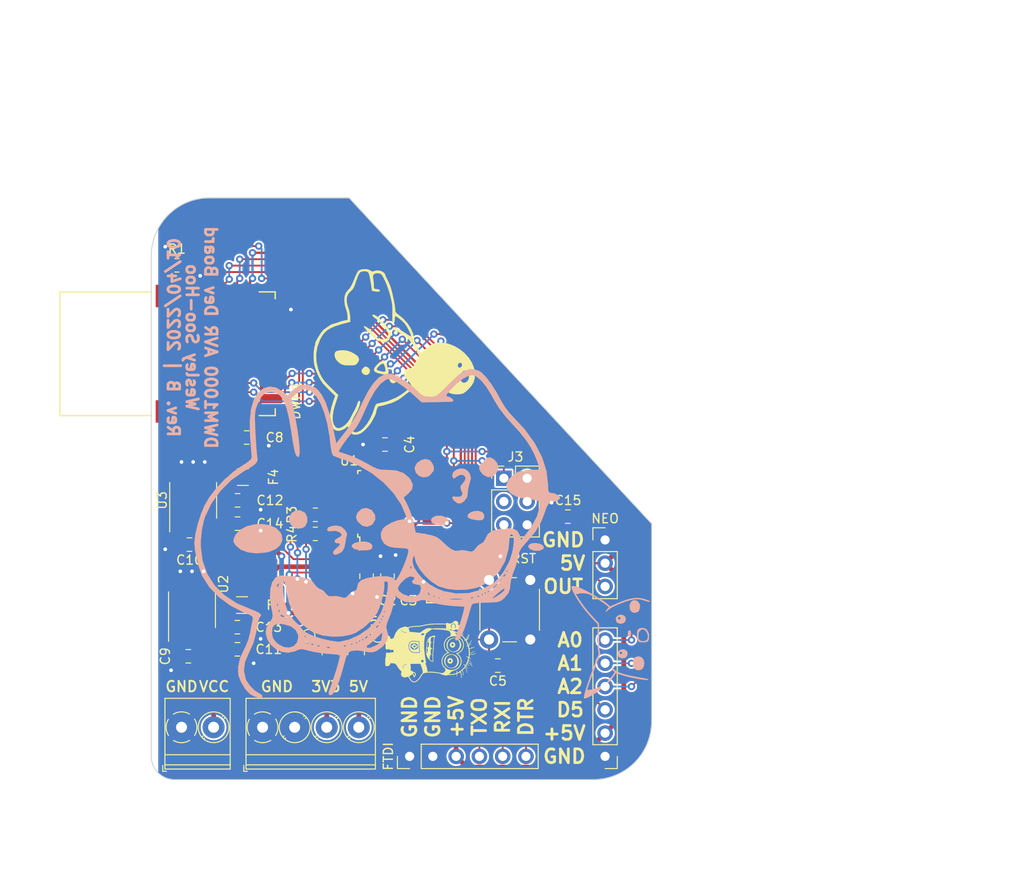
<source format=kicad_pcb>
(kicad_pcb (version 20211014) (generator pcbnew)
  (layers (0 "F.Cu" signal) (31 "B.Cu" signal) (34 "B.Paste" user) (35 "F.Paste" user) (36 "B.SilkS" user "B.Silkscreen") (37 "F.SilkS" user "F.Silkscreen") (38 "B.Mask" user) (39 "F.Mask" user) (44 "Edge.Cuts" user))
  (net 0 "")
  (net 1 "Net-(C4-Pad1)")
  (net 2 "AVR_DTR")
  (net 3 "~{AVR_RST}")
  (net 4 "GND")
  (net 5 "/MCUs/DWM_IRQ")
  (net 6 "NEO_DATA")
  (net 7 "/MCUs/DWM_SPIHA")
  (net 8 "/MCUs/DWM_SPIPOL")
  (net 9 "/MCUs/~{DWM_RST}")
  (net 10 "/MCUs/DWM_WAKE")
  (net 11 "/MCUs/~{DWM_CS}")
  (net 12 "SPI_MOSI")
  (net 13 "SPI_MISO")
  (net 14 "SPI_CLK")
  (net 15 "+3V3")
  (net 16 "SPI_SCK")
  (net 17 "AVR_RX")
  (net 18 "AVR_TX")
  (net 19 "AVR_D5")
  (net 20 "AVR_A2")
  (net 21 "AVR_A1")
  (net 22 "AVR_A0")
  (net 23 "Net-(R3-Pad2)")
  (net 24 "Net-(R4-Pad1)")
  (net 25 "+5V")
  (net 27 "VCC")
  (net 34 "/MCUs/DWM_EXTON")
  (net 35 "Net-(F1-Pad1)")
  (net 36 "Net-(F2-Pad1)")
  (net 40 "/Power/5V_UNFUSED")
  (net 47 "/Power/3V3_UNFUSED")
  (footprint "Capacitor_SMD:C_0805_2012Metric_Pad1.18x1.45mm_HandSolder" (layer "F.Cu") (at 118.2155 119.634 180)
    (fp_text reference "C4")
    (fp_text value "0.1uF")
  )
  (footprint "Connector_PinHeader_2.54mm:PinHeader_2x03_P2.54mm_Vertical" (layer "F.Cu") (at 131.191 123.317)
    (fp_text reference "J3")
    (fp_text value "AVR ICSP")
  )
  (footprint "Fuse:Fuse_1206_3216Metric_Pad1.42x1.75mm_HandSolder" (layer "F.Cu") (at 102.616 137.16)
    (fp_text reference "F3")
    (fp_text value "500mA")
  )
  (footprint "Capacitor_SMD:C_0805_2012Metric_Pad1.18x1.45mm_HandSolder" (layer "F.Cu") (at 138.176 127.508 180)
    (fp_text reference "C15")
    (fp_text value "10uF")
  )
  (footprint "Fuse:Fuse_1206_3216Metric_Pad1.42x1.75mm_HandSolder" (layer "F.Cu") (at 102.7065 123.19)
    (fp_text reference "F4")
    (fp_text value "500mA")
  )
  (footprint "Capacitor_SMD:C_0805_2012Metric_Pad1.18x1.45mm_HandSolder" (layer "F.Cu") (at 102.1295 125.73)
    (fp_text reference "C12")
    (fp_text value "1uF")
  )
  (footprint "TestPoint:TestPoint_Pad_D1.0mm" (layer "F.Cu") (at 117.4496 140.5128 180)
    (fp_text reference "TP1")
    (fp_text value "5V")
  )
  (footprint "Resistor_SMD:R_0805_2012Metric_Pad1.20x1.40mm_HandSolder" (layer "F.Cu") (at 110.617 129.3876 180)
    (fp_text reference "R4")
    (fp_text value "1K")
  )
  (footprint "wsh:mimi_heart" (layer "F.Cu") (at 119.38 109.855 180)
    (fp_text reference "G***" hide)
    (fp_text value "LOGO" hide)
  )
  (footprint "Capacitor_SMD:C_0805_2012Metric_Pad1.18x1.45mm_HandSolder" (layer "F.Cu") (at 102.108 139.573)
    (fp_text reference "C13")
    (fp_text value "4.7uF")
  )
  (footprint "TerminalBlock_Phoenix:TerminalBlock_Phoenix_PT-1,5-2-3.5-H_1x02_P3.50mm_Horizontal" (layer "F.Cu") (at 96.012 150.495)
    (fp_text reference "J1")
    (fp_text value "RAW_PWR")
  )
  (footprint "Package_SO:SOIC-8_3.9x4.9mm_P1.27mm" (layer "F.Cu") (at 97.155 137.668 90)
    (fp_text reference "U2")
    (fp_text value "MIC5239-5.0YM-TR")
  )
  (footprint "Fuse:Fuse_1206_3216Metric_Pad1.42x1.75mm_HandSolder" (layer "F.Cu") (at 115.062 141.986 90)
    (fp_text reference "F1")
    (fp_text value "500mA")
  )
  (footprint "TerminalBlock_Phoenix:TerminalBlock_Phoenix_PT-1,5-4-3.5-H_1x04_P3.50mm_Horizontal" (layer "F.Cu") (at 104.859 150.495)
    (fp_text reference "J2")
    (fp_text value "PWR_OUT")
  )
  (footprint "Capacitor_SMD:C_0805_2012Metric_Pad1.18x1.45mm_HandSolder" (layer "F.Cu") (at 130.5345 143.764 180)
    (fp_text reference "C5")
    (fp_text value "0.1uF")
  )
  (footprint "Capacitor_SMD:C_0805_2012Metric_Pad1.18x1.45mm_HandSolder" (layer "F.Cu") (at 118.491 134.0065 -90)
    (fp_text reference "C2")
    (fp_text value "1uF")
  )
  (footprint "Capacitor_SMD:C_0805_2012Metric_Pad1.18x1.45mm_HandSolder" (layer "F.Cu") (at 116.205 134.0065 -90)
    (fp_text reference "C1")
    (fp_text value "1uF")
  )
  (footprint "TestPoint:TestPoint_Pad_D1.0mm" (layer "F.Cu") (at 109.8804 140.5128 180)
    (fp_text reference "TP2")
    (fp_text value "3V3")
  )
  (footprint "Package_QFP:TQFP-32_7x7mm_P0.8mm" (layer "F.Cu") (at 118.872 126.111 90)
    (fp_text reference "U1")
    (fp_text value "ATmega328P-A")
  )
  (footprint "Connector_PinHeader_2.54mm:PinHeader_1x06_P2.54mm_Vertical" (layer "F.Cu") (at 142.24 153.67 180)
    (fp_text reference "J6")
    (fp_text value "DEBUG")
  )
  (footprint "Capacitor_SMD:C_0805_2012Metric_Pad1.18x1.45mm_HandSolder" (layer "F.Cu") (at 96.7525 142.748 180)
    (fp_text reference "C9")
    (fp_text value "1uF")
  )
  (footprint "Fuse:Fuse_1206_3216Metric_Pad1.42x1.75mm_HandSolder" (layer "F.Cu") (at 112.268 141.986 90)
    (fp_text reference "F2")
    (fp_text value "500mA")
  )
  (footprint "Resistor_SMD:R_0805_2012Metric_Pad1.20x1.40mm_HandSolder" (layer "F.Cu") (at 95.504 100.076 180)
    (fp_text reference "R1")
    (fp_text value "10K")
  )
  (footprint "Package_SO:SOIC-8_3.9x4.9mm_P1.27mm" (layer "F.Cu") (at 97.282 125.73 90)
    (fp_text reference "U3")
    (fp_text value "MIC5239-3.3YM")
  )
  (footprint "Capacitor_SMD:C_0805_2012Metric_Pad1.18x1.45mm_HandSolder" (layer "F.Cu") (at 96.8795 130.556 180)
    (fp_text reference "C10")
    (fp_text value "1uF")
  )
  (footprint "Capacitor_SMD:C_0805_2012Metric_Pad1.18x1.45mm_HandSolder" (layer "F.Cu") (at 103.124 118.872)
    (fp_text reference "C8")
    (fp_text value "1uF")
  )
  (footprint "Resistor_SMD:R_0805_2012Metric_Pad1.20x1.40mm_HandSolder" (layer "F.Cu") (at 110.617 127.3048)
    (fp_text reference "R3")
    (fp_text value "1K")
  )
  (footprint "RF_Module:DWM1000" (layer "F.Cu") (at 94.488 109.728 90)
    (fp_text reference "DWM1")
    (fp_text value "DWM1000")
  )
  (footprint "wsh:minion" (layer "F.Cu") (at 123.19 142.24 -90)
    (fp_text reference "G***" hide)
    (fp_text value "LOGO" hide)
  )
  (footprint "Button_Switch_THT:SW_PUSH_6mm" (layer "F.Cu") (at 134.076 134.418 -90)
    (fp_text reference "RST")
    (fp_text value "RST")
  )
  (footprint "Connector_PinHeader_2.54mm:PinHeader_1x06_P2.54mm_Vertical" (layer "F.Cu") (at 120.904 153.67 90)
    (fp_text reference "FTDI")
    (fp_text value "UART/FTDI")
  )
  (footprint "Resistor_SMD:R_0805_2012Metric_Pad1.20x1.40mm_HandSolder" (layer "F.Cu") (at 124.968 136.16 90)
    (fp_text reference "R2")
    (fp_text value "10K")
  )
  (footprint "Capacitor_SMD:C_0805_2012Metric_Pad1.18x1.45mm_HandSolder" (layer "F.Cu") (at 120.777 134.0065 -90)
    (fp_text reference "C3")
    (fp_text value "0.1uF")
  )
  (footprint "Capacitor_SMD:C_0805_2012Metric_Pad1.18x1.45mm_HandSolder" (layer "F.Cu") (at 102.1295 128.27)
    (fp_text reference "C14")
    (fp_text value "4.7uF")
  )
  (footprint "Capacitor_SMD:C_0805_2012Metric_Pad1.18x1.45mm_HandSolder" (layer "F.Cu") (at 102.108 141.986)
    (fp_text reference "C11")
    (fp_text value "1uF")
  )
  (footprint "Connector_PinHeader_2.54mm:PinHeader_1x03_P2.54mm_Vertical" (layer "F.Cu") (at 142.24 130.048)
    (fp_text reference "NEO")
    (fp_text value "NEO_OUT")
  )
  (footprint "wsh:mimi_melon" (layer "B.Cu") (at 118.745 127.635 180)
    (fp_text reference "G***" hide)
    (fp_text value "LOGO" hide)
  )
  (footprint "wsh:surprised_pika" (layer "B.Cu") (at 143.51 140.97 -90)
    (fp_text reference "G***" hide)
    (fp_text value "LOGO" hide)
  )
  (gr_arc (start 95.25 156.21) (mid 93.453949 155.466051) (end 92.71 153.67) (layer "Edge.Cuts") (width 0.1))
  (gr_line (start 147.32 128.27) (end 147.32 149.86) (layer "Edge.Cuts") (width 0.1))
  (gr_arc (start 92.71 99.06) (mid 94.569872 94.569872) (end 99.06 92.71) (layer "Edge.Cuts") (width 0.1))
  (gr_line (start 140.97 156.21) (end 95.25 156.21) (layer "Edge.Cuts") (width 0.1))
  (gr_line (start 99.06 92.71) (end 114.3 92.71) (layer "Edge.Cuts") (width 0.1))
  (gr_arc (start 147.32 149.86) (mid 145.460128 154.350128) (end 140.97 156.21) (layer "Edge.Cuts") (width 0.1))
  (gr_line (start 92.71 153.67) (end 92.71 99.06) (layer "Edge.Cuts") (width 0.1))
  (gr_line (start 114.3 92.71) (end 147.32 128.27) (layer "Edge.Cuts") (width 0.1))
  (gr_text "DWM1000 AVR Dev Board\nWesley Soo-Hoo\nRev. B | 2022/04/10" (at 97.155 107.95 270) (layer "B.SilkS") (effects (font (size 1.27 1.27) (thickness 0.3)) (justify mirror)))
  (gr_text "+5V" (at 125.984 149.352 90) (layer "F.SilkS") (effects (font (size 1.5 1.5) (thickness 0.3))))
  (gr_text "A0" (at 138.43 140.97) (layer "F.SilkS") (effects (font (size 1.5 1.5) (thickness 0.3))))
  (gr_text "GND" (at 96.012 146.05) (layer "F.SilkS") (effects (font (size 1.143 1.143) (thickness 0.2032))))
  (gr_text "+5V" (at 137.795 151.13) (layer "F.SilkS") (effects (font (size 1.5 1.5) (thickness 0.3))))
  (gr_text "3V3" (at 111.76 146.05) (layer "F.SilkS") (effects (font (size 1.143 1.143) (thickness 0.2032))))
  (gr_text "D5" (at 138.43 148.59) (layer "F.SilkS") (effects (font (size 1.5 1.5) (thickness 0.3))))
  (gr_text "TXO" (at 128.524 149.352 90) (layer "F.SilkS") (effects (font (size 1.5 1.5) (thickness 0.3))))
  (gr_text "GND" (at 106.426 146.05) (layer "F.SilkS") (effects (font (size 1.143 1.143) (thickness 0.2032))))
  (gr_text "RXI" (at 131.064 149.352 90) (layer "F.SilkS") (effects (font (size 1.5 1.5) (thickness 0.3))))
  (gr_text "VCC" (at 99.568 146.05) (layer "F.SilkS") (effects (font (size 1.143 1.143) (thickness 0.2032))))
  (gr_text "OUT" (at 137.668 135.128) (layer "F.SilkS") (effects (font (size 1.5 1.5) (thickness 0.3))))
  (gr_text "GND" (at 123.444 149.352 90) (layer "F.SilkS") (effects (font (size 1.5 1.5) (thickness 0.3))))
  (gr_text "GND" (at 137.795 153.67) (layer "F.SilkS") (effects (font (size 1.5 1.5) (thickness 0.3))))
  (gr_text "A2" (at 138.43 146.05) (layer "F.SilkS") (effects (font (size 1.5 1.5) (thickness 0.3))))
  (gr_text "5V" (at 138.684 132.588) (layer "F.SilkS") (effects (font (size 1.5 1.5) (thickness 0.3))))
  (gr_text "A1" (at 138.43 143.51) (layer "F.SilkS") (effects (font (size 1.5 1.5) (thickness 0.3))))
  (gr_text "DTR" (at 133.604 149.352 90) (layer "F.SilkS") (effects (font (size 1.5 1.5) (thickness 0.3))))
  (gr_text "GND" (at 137.668 130.048) (layer "F.SilkS") (effects (font (size 1.5 1.5) (thickness 0.3))))
  (gr_text "GND" (at 120.904 149.352 90) (layer "F.SilkS") (effects (font (size 1.5 1.5) (thickness 0.3))))
  (gr_text "5V" (at 115.316 146.05) (layer "F.SilkS") (effects (font (size 1.143 1.143) (thickness 0.2032))))
  (segment (start 119.253 121.842) (end 119.272 121.861) (width 0.254) (layer "F.Cu") (net 1))
  (segment (start 119.253 119.634) (end 119.253 121.842) (width 0.254) (layer "F.Cu") (net 1))
  (segment (start 133.604 145.796) (end 133.604 153.67) (width 0.2) (layer "F.Cu") (net 2))
  (segment (start 131.572 143.764) (end 133.604 145.796) (width 0.2) (layer "F.Cu") (net 2))
  (segment (start 109.360662 125.984) (end 112.776 125.984) (width 0.2) (layer "F.Cu") (net 3))
  (segment (start 107.776781 133.8225) (end 107.995281 133.604) (width 0.2) (layer "F.Cu") (net 3))
  (segment (start 124.968 139.192) (end 124.968 137.16) (width 0.2) (layer "F.Cu") (net 3))
  (segment (start 130.81 131.826) (end 131.191 131.445) (width 0.2) (layer "F.Cu") (net 3))
  (segment (start 112.776 125.984) (end 113.303 126.511) (width 0.2) (layer "F.Cu") (net 3))
  (segment (start 107.898609 130.817986) (end 107.898609 127.446053) (width 0.2) (layer "F.Cu") (net 3))
  (segment (start 131.191 131.445) (end 131.191 128.397) (width 0.2) (layer "F.Cu") (net 3))
  (segment (start 124.803961 136.995961) (end 124.968 137.16) (width 0.2) (layer "F.Cu") (net 3))
  (segment (start 129.576 134.418) (end 129.576 140.918) (width 0.2) (layer "F.Cu") (net 3))
  (segment (start 129.576 143.685) (end 129.576 140.918) (width 0.2) (layer "F.Cu") (net 3))
  (segment (start 107.898609 127.446053) (end 109.360662 125.984) (width 0.2) (layer "F.Cu") (net 3))
  (segment (start 126.694 140.918) (end 124.968 139.192) (width 0.2) (layer "F.Cu") (net 3))
  (segment (start 114.797702 136.995961) (end 124.803961 136.995961) (width 0.2) (layer "F.Cu") (net 3))
  (segment (start 129.497 143.764) (end 129.576 143.685) (width 0.2) (layer "F.Cu") (net 3))
  (segment (start 111.405741 133.604) (end 114.797702 136.995961) (width 0.2) (layer "F.Cu") (net 3))
  (segment (start 129.576 140.918) (end 126.694 140.918) (width 0.2) (layer "F.Cu") (net 3))
  (segment (start 107.995281 133.604) (end 111.405741 133.604) (width 0.2) (layer "F.Cu") (net 3))
  (segment (start 113.303 126.511) (end 114.622 126.511) (width 0.2) (layer "F.Cu") (net 3))
  (via (at 107.776781 133.8225) (size 0.8) (drill 0.4) (layers "F.Cu" "B.Cu") (net 3))
  (via (at 107.898609 130.817986) (size 0.8) (drill 0.4) (layers "F.Cu" "B.Cu") (net 3))
  (via (at 130.81 131.826) (size 0.8) (drill 0.4) (layers "F.Cu" "B.Cu") (net 3))
  (segment (start 129.576 133.06) (end 129.576 134.418) (width 0.2) (layer "B.Cu") (net 3))
  (segment (start 130.81 131.826) (end 129.576 133.06) (width 0.2) (layer "B.Cu") (net 3))
  (segment (start 107.776781 130.939814) (end 107.776781 133.8225) (width 0.2) (layer "B.Cu") (net 3))
  (segment (start 107.898609 130.817986) (end 107.776781 130.939814) (width 0.2) (layer "B.Cu") (net 3))
  (segment (start 119.272 130.361) (end 119.272 131.591) (width 0.254) (layer "F.Cu") (net 4))
  (segment (start 122.428 134.62) (end 122.004 135.044) (width 0.254) (layer "F.Cu") (net 4))
  (segment (start 118.472 120.928) (end 117.178 119.634) (width 0.254) (layer "F.Cu") (net 4))
  (segment (start 103.4892 116.028) (end 103.4892 118.1997) (width 0.254) (layer "F.Cu") (net 4))
  (segment (start 103.1455 142.7695) (end 103.886 143.51) (width 0.254) (layer "F.Cu") (net 4))
  (segment (start 103.378 139.573) (end 104.648 140.843) (width 0.254) (layer "F.Cu") (net 4))
  (segment (start 93.6892 103.428) (end 95.0892 103.428) (width 0.254) (layer "F.Cu") (net 4))
  (segment (start 137.1385 127.508) (end 137.1385 126.7245) (width 0.254) (layer "F.Cu") (net 4))
  (segment (start 119.272 131.591) (end 119.38 131.699) (width 0.254) (layer "F.Cu") (net 4))
  (segment (start 103.167 125.73) (end 103.632 125.73) (width 0.254) (layer "F.Cu") (net 4))
  (segment (start 103.4892 118.1997) (end 104.1615 118.872) (width 0.254) (layer "F.Cu") (net 4))
  (segment (start 107.876 104.828) (end 107.95 104.902) (width 0.254) (layer "F.Cu") (net 4))
  (segment (start 103.167 128.27) (end 103.886 128.27) (width 0.254) (layer "F.Cu") (net 4))
  (segment (start 95.715 142.748) (end 95.715 143.426) (width 0.254) (layer "F.Cu") (net 4))
  (segment (start 104.1615 118.872) (end 104.648 118.872) (width 0.254) (layer "F.Cu") (net 4))
  (segment (start 97.8892 103.428) (end 97.8892 101.3738) (width 0.254) (layer "F.Cu") (net 4))
  (segment (start 118.472 121.861) (end 118.472 120.928) (width 0.254) (layer "F.Cu") (net 4))
  (segment (start 105.7842 104.828) (end 107.876 104.828) (width 0.254) (layer "F.Cu") (net 4))
  (segment (start 117.178 119.634) (end 115.824 119.634) (width 0.254) (layer "F.Cu") (net 4))
  (segment (start 95.715 143.426) (end 94.869 144.272) (width 0.254) (layer "F.Cu") (net 4))
  (segment (start 122.004 135.044) (end 120.777 135.044) (width 0.254) (layer "F.Cu") (net 4))
  (segment (start 118.491 135.128) (end 117.348 136.271) (width 0.254) (layer "F.Cu") (net 4))
  (segment (start 118.491 135.044) (end 118.491 135.128) (width 0.254) (layer "F.Cu") (net 4))
  (segment (start 94.504 98.314) (end 94.504 100.076) (width 0.254) (layer "F.Cu") (net 4))
  (segment (start 103.632 125.73) (end 104.648 126.746) (width 0.254) (layer "F.Cu") (net 4))
  (segment (start 95.0892 103.428) (end 95.0892 100.6612) (width 0.254) (layer "F.Cu") (net 4))
  (segment (start 95.0892 100.6612) (end 94.504 100.076) (width 0.254) (layer "F.Cu") (net 4))
  (segment (start 94.234 98.044) (end 94.504 98.314) (width 0.254) (layer "F.Cu") (net 4))
  (segment (start 137.1385 126.7245) (end 136.398 125.984) (width 0.254) (layer "F.Cu") (net 4))
  (segment (start 94.234 131.064) (end 94.742 130.556) (width 0.254) (layer "F.Cu") (net 4))
  (segment (start 115.527 135.044) (end 114.681 135.89) (width 0.254) (layer "F.Cu") (net 4))
  (segment (start 103.1455 139.573) (end 103.378 139.573) (width 0.254) (layer "F.Cu") (net 4))
  (segment (start 103.1455 141.986) (end 103.1455 142.7695) (width 0.254) (layer "F.Cu") (net 4))
  (segment (start 97.8892 101.3738) (end 98.044 101.219) (width 0.254) (layer "F.Cu") (net 4))
  (segment (start 104.648 118.872) (end 105.537 119.761) (width 0.254) (layer "F.Cu") (net 4))
  (segment (start 94.742 130.556) (end 95.4825 130.556) (width 0.254) (layer "F.Cu") (net 4))
  (segment (start 117.672 131.769) (end 117.729 131.826) (width 0.254) (layer "F.Cu") (net 4))
  (segment (start 117.672 130.361) (end 117.672 131.769) (width 0.254) (layer "F.Cu") (net 4))
  (segment (start 116.205 135.044) (end 115.527 135.044) (width 0.254) (layer "F.Cu") (net 4))
  (segment (start 103.886 128.27) (end 104.648 129.032) (width 0.254) (layer "F.Cu") (net 4))
  (via (at 96.012 121.539) (size 0.8) (drill 0.4) (layers "F.Cu" "B.Cu") (net 4))
  (via (at 115.824 119.634) (size 0.8) (drill 0.4) (layers "F.Cu" "B.Cu") (net 4))
  (via (at 107.95 104.902) (size 0.8) (drill 0.4) (layers "F.Cu" "B.Cu") (net 4))
  (via (at 94.234 131.064) (size 0.8) (drill 0.4) (layers "F.Cu" "B.Cu") (net 4))
  (via (at 97.282 121.539) (size 0.8) (drill 0.4) (layers "F.Cu" "B.Cu") (net 4))
  (via (at 98.552 121.539) (size 0.8) (drill 0.4) (layers "F.Cu" "B.Cu") (net 4))
  (via (at 94.234 98.044) (size 0.8) (drill 0.4) (layers "F.Cu" "B.Cu") (net 4))
  (via (at 94.869 144.272) (size 0.8) (drill 0.4) (layers "F.Cu" "B.Cu") (net 4))
  (via (at 95.885 133.477) (size 0.8) (drill 0.4) (layers "F.Cu" "B.Cu") (net 4))
  (via (at 98.044 101.219) (size 0.8) (drill 0.4) (layers "F.Cu" "B.Cu") (net 4))
  (via (at 117.729 131.826) (size 0.8) (drill 0.4) (layers "F.Cu" "B.Cu") (net 4))
  (via (at 104.648 140.843) (size 0.8) (drill 0.4) (layers "F.Cu" "B.Cu") (net 4))
  (via (at 104.648 126.746) (size 0.8) (drill 0.4) (layers "F.Cu" "B.Cu") (net 4))
  (via (at 114.681 135.89) (size 0.8) (drill 0.4) (layers "F.Cu" "B.Cu") (net 4))
  (via (at 105.537 119.761) (size 0.8) (drill 0.4) (layers "F.Cu" "B.Cu") (net 4))
  (via (at 98.425 133.477) (size 0.8) (drill 0.4) (layers "F.Cu" "B.Cu") (net 4))
  (via (at 97.155 133.477) (size 0.8) (drill 0.4) (layers "F.Cu" "B.Cu") (net 4))
  (via (at 119.38 131.699) (size 0.8) (drill 0.4) (layers "F.Cu" "B.Cu") (net 4))
  (via (at 136.398 125.984) (size 0.8) (drill 0.4) (layers "F.Cu" "B.Cu") (net 4))
  (via (at 122.428 134.62) (size 0.8) (drill 0.4) (layers "F.Cu" "B.Cu") (net 4))
  (via (at 117.348 136.271) (size 0.8) (drill 0.4) (layers "F.Cu" "B.Cu") (net 4))
  (via (at 103.886 143.51) (size 0.8) (drill 0.4) (layers "F.Cu" "B.Cu") (net 4))
  (via (at 104.648 129.032) (size 0.8) (drill 0.4) (layers "F.Cu" "B.Cu") (net 4))
  (segment (start 108.235886 132.144522) (end 111.388478 132.144522) (width 0.2) (layer "F.Cu") (net 5))
  (segment (start 97.467491 97.985509) (end 96.504 98.949) (width 0.2) (layer "F.Cu") (net 5))
  (segment (start 96.504 98.949) (end 96.504 100.076) (width 0.2) (layer "F.Cu") (net 5))
  (segment (start 104.426861 97.985509) (end 97.467491 97.985509) (width 0.2) (layer "F.Cu") (net 5))
  (segment (start 111.388478 132.144522) (end 114.622 128.911) (width 0.2) (layer "F.Cu") (net 5))
  (segment (start 107.188 131.096636) (end 108.235886 132.144522) (width 0.2) (layer "F.Cu") (net 5))
  (segment (start 105.574009 101.510009) (end 108.84822 104.78422) (width 0.2) (layer "F.Cu") (net 5))
  (segment (start 104.435827 97.976543) (end 104.426861 97.985509) (width 0.2) (layer "F.Cu") (net 5))
  (segment (start 96.4892 103.428) (end 96.4892 100.0908) (width 0.254) (layer "F.Cu") (net 5))
  (segment (start 107.188 120.396) (end 107.188 131.096636) (width 0.2) (layer "F.Cu") (net 5))
  (segment (start 104.758502 101.510009) (end 105.574009 101.510009) (width 0.2) (layer "F.Cu") (net 5))
  (segment (start 108.84822 104.78422) (end 108.84822 118.73578) (width 0.2) (layer "F.Cu") (net 5))
  (segment (start 96.4892 100.0908) (end 96.504 100.076) (width 0.254) (layer "F.Cu") (net 5))
  (segment (start 108.84822 118.73578) (end 107.188 120.396) (width 0.2) (layer "F.Cu") (net 5))
  (via (at 104.758502 101.510009) (size 0.8) (drill 0.4) (layers "F.Cu" "B.Cu") (net 5))
  (via (at 104.435827 97.976543) (size 0.8) (drill 0.4) (layers "F.Cu" "B.Cu") (net 5))
  (segment (start 104.435827 97.976543) (end 104.758502 98.299218) (width 0.2) (layer "B.Cu") (net 5))
  (segment (start 104.758502 98.299218) (end 104.758502 101.510009) (width 0.2) (layer "B.Cu") (net 5))
  (segment (start 124.968 128.2115) (end 125.9255 128.2115) (width 0.2) (layer "F.Cu") (net 6))
  (segment (start 130.302 132.588) (end 139.7 132.588) (width 0.2) (layer "F.Cu") (net 6))
  (segment (start 116.072 130.361) (end 116.072 129.361) (width 0.2) (layer "F.Cu") (net 6))
  (segment (start 139.7 132.588) (end 142.24 135.128) (width 0.2) (layer "F.Cu") (net 6))
  (segment (start 117.422714 128.010286) (end 120.898286 128.010286) (width 0.2) (layer "F.Cu") (net 6))
  (segment (start 116.072 129.361) (end 117.422714 128.010286) (width 0.2) (layer "F.Cu") (net 6))
  (segment (start 125.9255 128.2115) (end 130.302 132.588) (width 0.2) (layer "F.Cu") (net 6))
  (via (at 120.898286 128.010286) (size 0.8) (drill 0.4) (layers "F.Cu" "B.Cu") (net 6))
  (via (at 124.968 128.2115) (size 0.8) (drill 0.4) (layers "F.Cu" "B.Cu") (net 6))
  (segment (start 120.898286 128.010286) (end 121.0995 128.2115) (width 0.2) (layer "B.Cu") (net 6))
  (segment (start 121.0995 128.2115) (end 124.968 128.2115) (width 0.2) (layer "B.Cu") (net 6))
  (segment (start 107.308711 114.027511) (end 106.708222 114.628) (width 0.2) (layer "F.Cu") (net 7))
  (segment (start 121.862348 107.441354) (end 127.71756 113.296566) (width 0.2) (layer "F.Cu") (net 7))
  (segment (start 109.94724 112.873125) (end 109.977115 112.903) (width 0.2) (layer "F.Cu") (net 7))
  (segment (start 127.71756 113.296566) (end 127.71756 123.48844) (width 0.2) (layer "F.Cu") (net 7))
  (segment (start 107.308711 113.616755) (end 107.308711 114.027511) (width 0.2) (layer "F.Cu") (net 7))
  (segment (start 127.71756 123.48844) (end 123.895 127.311) (width 0.2) (layer "F.Cu") (net 7))
  (segment (start 106.708222 114.628) (end 105.7842 114.628) (width 0.2) (layer "F.Cu") (net 7))
  (segment (start 113.93551 112.903) (end 117.522219 109.316291) (width 0.2) (layer "F.Cu") (net 7))
  (segment (start 123.895 127.311) (end 123.122 127.311) (width 0.2) (layer "F.Cu") (net 7))
  (segment (start 108.049733 112.875733) (end 107.308711 113.616755) (width 0.2) (layer "F.Cu") (net 7))
  (segment (start 119.397156 107.441354) (end 121.862348 107.441354) (width 0.2) (layer "F.Cu") (net 7))
  (segment (start 109.977115 112.903) (end 113.93551 112.903) (width 0.2) (layer "F.Cu") (net 7))
  (via (at 117.522219 109.316291) (size 0.8) (drill 0.4) (layers "F.Cu" "B.Cu") (net 7))
  (via (at 119.397156 107.441354) (size 0.8) (drill 0.4) (layers "F.Cu" "B.Cu") (net 7))
  (via (at 108.049733 112.875733) (size 0.8) (drill 0.4) (layers "F.Cu" "B.Cu") (net 7))
  (via (at 109.94724 112.873125) (size 0.8) (drill 0.4) (layers "F.Cu" "B.Cu") (net 7))
  (segment (start 109.94724 112.873125) (end 109.944632 112.875733) (width 0.2) (layer "B.Cu") (net 7))
  (segment (start 119.397156 107.441354) (end 117.522219 109.316291) (width 0.2) (layer "B.Cu") (net 7))
  (segment (start 109.944632 112.875733) (end 108.049733 112.875733) (width 0.2) (layer "B.Cu") (net 7))
  (segment (start 109.977115 111.903497) (end 113.521503 111.903497) (width 0.2) (layer "F.Cu") (net 8))
  (segment (start 107.781852 112.176222) (end 107.759985 112.176222) (width 0.2) (layer "F.Cu") (net 8))
  (segment (start 128.11708 113.13108) (end 128.11708 123.989942) (width 0.2) (layer "F.Cu") (net 8))
  (segment (start 107.13246 113.228) (end 105.7842 113.228) (width 0.2) (layer "F.Cu") (net 8))
  (segment (start 107.350222 112.585985) (end 107.350222 113.010238) (width 0.2) (layer "F.Cu") (net 8))
  (segment (start 123.996022 128.111) (end 123.122 128.111) (width 0.2) (layer "F.Cu") (net 8))
  (segment (start 121.720599 106.734599) (end 128.11708 113.13108) (width 0.2) (layer "F.Cu") (net 8))
  (segment (start 108.081343 111.876731) (end 107.781852 112.176222) (width 0.2) (layer "F.Cu") (net 8))
  (segment (start 128.11708 123.989942) (end 123.996022 128.111) (width 0.2) (layer "F.Cu") (net 8))
  (segment (start 107.350222 113.010238) (end 107.13246 113.228) (width 0.2) (layer "F.Cu") (net 8))
  (segment (start 109.94724 111.873622) (end 109.977115 111.903497) (width 0.2) (layer "F.Cu") (net 8))
  (segment (start 107.759985 112.176222) (end 107.350222 112.585985) (width 0.2) (layer "F.Cu") (net 8))
  (segment (start 113.521503 111.903497) (end 116.815464 108.609536) (width 0.2) (layer "F.Cu") (net 8))
  (segment (start 118.690401 106.734599) (end 121.720599 106.734599) (width 0.2) (layer "F.Cu") (net 8))
  (via (at 109.94724 111.873622) (size 0.8) (drill 0.4) (layers "F.Cu" "B.Cu") (net 8))
  (via (at 108.081343 111.876731) (size 0.8) (drill 0.4) (layers "F.Cu" "B.Cu") (net 8))
  (via (at 118.690401 106.734599) (size 0.8) (drill 0.4) (layers "F.Cu" "B.Cu") (net 8))
  (via (at 116.815464 108.609536) (size 0.8) (drill 0.4) (layers "F.Cu" "B.Cu") (net 8))
  (segment (start 109.944131 111.876731) (end 108.081343 111.876731) (width 0.2) (layer "B.Cu") (net 8))
  (segment (start 109.94724 111.873622) (end 109.944131 111.876731) (width 0.2) (layer "B.Cu") (net 8))
  (segment (start 118.690401 106.734599) (end 116.815464 108.609536) (width 0.2) (layer "B.Cu") (net 8))
  (segment (start 97.674178 113.919) (end 96.4892 115.103978) (width 0.2) (layer "F.Cu") (net 9))
  (segment (start 109.947845 114.917081) (end 114.740046 114.917081) (width 0.2) (layer "F.Cu") (net 9))
  (segment (start 121.714375 108.282625) (end 127.31804 113.88629) (width 0.2) (layer "F.Cu") (net 9))
  (segment (start 123.996022 126.511) (end 123.122 126.511) (width 0.2) (layer "F.Cu") (net 9))
  (segment (start 96.4892 115.103978) (end 96.4892 116.028) (width 0.2) (layer "F.Cu") (net 9))
  (segment (start 114.740046 114.917081) (end 118.822626 110.834501) (width 0.2) (layer "F.Cu") (net 9))
  (segment (start 127.31804 123.188982) (end 123.996022 126.511) (width 0.2) (layer "F.Cu") (net 9))
  (segment (start 103.886 113.919) (end 97.674178 113.919) (width 0.2) (layer "F.Cu") (net 9))
  (segment (start 109.94724 114.916476) (end 109.947845 114.917081) (width 0.2) (layer "F.Cu") (net 9))
  (segment (start 127.31804 113.88629) (end 127.31804 123.188982) (width 0.2) (layer "F.Cu") (net 9))
  (via (at 118.822626 110.834501) (size 0.8) (drill 0.4) (layers "F.Cu" "B.Cu") (net 9))
  (via (at 109.94724 114.916476) (size 0.8) (drill 0.4) (layers "F.Cu" "B.Cu") (net 9))
  (via (at 103.886 113.919) (size 0.8) (drill 0.4) (layers "F.Cu" "B.Cu") (net 9))
  (via (at 121.714375 108.282625) (size 0.8) (drill 0.4) (layers "F.Cu" "B.Cu") (net 9))
  (segment (start 104.884081 114.917081) (end 103.886 113.919) (width 0.2) (layer "B.Cu") (net 9))
  (segment (start 109.94724 114.916476) (end 109.946635 114.917081) (width 0.2) (layer "B.Cu") (net 9))
  (segment (start 121.714375 108.282625) (end 119.162499 110.834501) (width 0.2) (layer "B.Cu") (net 9))
  (segment (start 109.946635 114.917081) (end 104.884081 114.917081) (width 0.2) (layer "B.Cu") (net 9))
  (segment (start 119.162499 110.834501) (end 118.822626 110.834501) (width 0.2) (layer "B.Cu") (net 9))
  (segment (start 95.0892 114.603) (end 95.0892 116.028) (width 0.2) (layer "F.Cu") (net 10))
  (segment (start 120.103911 108.148109) (end 126.91852 114.962718) (width 0.2) (layer "F.Cu") (net 10))
  (segment (start 114.328743 113.919) (end 118.171898 110.075845) (width 0.2) (layer "F.Cu") (net 10))
  (segment (start 109.983422 113.919) (end 114.328743 113.919) (width 0.2) (layer "F.Cu") (net 10))
  (segment (start 123.853511 125.711) (end 123.122 125.711) (width 0.2) (layer "F.Cu") (net 10))
  (segment (start 96.772703 112.919497) (end 95.0892 114.603) (width 0.2) (layer "F.Cu") (net 10))
  (segment (start 126.91852 114.962718) (end 126.91852 122.645991) (width 0.2) (layer "F.Cu") (net 10))
  (segment (start 103.886 112.919497) (end 96.772703 112.919497) (width 0.2) (layer "F.Cu") (net 10))
  (segment (start 109.982 113.917578) (end 109.983422 113.919) (width 0.2) (layer "F.Cu") (net 10))
  (segment (start 126.91852 122.645991) (end 123.853511 125.711) (width 0.2) (layer "F.Cu") (net 10))
  (via (at 103.886 112.919497) (size 0.8) (drill 0.4) (layers "F.Cu" "B.Cu") (net 10))
  (via (at 118.171898 110.075845) (size 0.8) (drill 0.4) (layers "F.Cu" "B.Cu") (net 10))
  (via (at 120.103911 108.148109) (size 0.8) (drill 0.4) (layers "F.Cu" "B.Cu") (net 10))
  (via (at 109.982 113.917578) (size 0.8) (drill 0.4) (layers "F.Cu" "B.Cu") (net 10))
  (segment (start 104.885503 113.919) (end 103.886 112.919497) (width 0.2) (layer "B.Cu") (net 10))
  (segment (start 118.171898 110.075845) (end 118.176175 110.075845) (width 0.2) (layer "B.Cu") (net 10))
  (segment (start 109.980578 113.919) (end 104.885503 113.919) (width 0.2) (layer "B.Cu") (net 10))
  (segment (start 118.176175 110.075845) (end 120.103911 108.148109) (width 0.2) (layer "B.Cu") (net 10))
  (segment (start 109.982 113.917578) (end 109.980578 113.919) (width 0.2) (layer "B.Cu") (net 10))
  (segment (start 126.492 115.563626) (end 126.492 122.469022) (width 0.254) (layer "F.Cu") (net 11))
  (segment (start 103.759 98.712009) (end 109.640383 98.712009) (width 0.254) (layer "F.Cu") (net 11))
  (segment (start 126.492 122.469022) (end 124.050022 124.911) (width 0.254) (layer "F.Cu") (net 11))
  (segment (start 124.050022 124.911) (end 123.122 124.911) (width 0.254) (layer "F.Cu") (net 11))
  (segment (start 103.488 103.428) (end 103.488 101.78102) (width 0.254) (layer "F.Cu") (net 11))
  (segment (start 109.640383 98.712009) (end 126.492 115.563626) (width 0.254) (layer "F.Cu") (net 11))
  (segment (start 103.488 101.78102) (end 103.759 101.51002) (width 0.254) (layer "F.Cu") (net 11))
  (via (at 103.759 98.712009) (size 0.8) (drill 0.4) (layers "F.Cu" "B.Cu") (net 11))
  (via (at 103.759 101.51002) (size 0.8) (drill 0.4) (layers "F.Cu" "B.Cu") (net 11))
  (segment (start 103.759 98.712009) (end 103.759 101.51002) (width 0.254) (layer "B.Cu") (net 11))
  (segment (start 109.736693 99.411509) (end 125.73 115.404816) (width 0.2) (layer "F.Cu") (net 12))
  (segment (start 125.73 115.404816) (end 125.73 121.412) (width 0.2) (layer "F.Cu") (net 12))
  (segment (start 125.73 122.503) (end 124.122 124.111) (width 0.2) (layer "F.Cu") (net 12))
  (segment (start 102.362 99.411509) (end 109.736693 99.411509) (width 0.2) (layer "F.Cu") (net 12))
  (segment (start 130.295489 124.707489) (end 132.581489 124.707489) (width 0.2) (layer "F.Cu") (net 12))
  (segment (start 128.81658 121.412) (end 128.81658 123.22858) (width 0.2) (layer "F.Cu") (net 12))
  (segment (start 132.581489 124.707489) (end 133.731 125.857) (width 0.2) (layer "F.Cu") (net 12))
  (segment (start 102.088 101.784009) (end 102.088 103.428) (width 0.2) (layer "F.Cu") (net 12))
  (segment (start 128.81658 123.22858) (end 130.295489 124.707489) (width 0.2) (layer "F.Cu") (net 12))
  (segment (start 124.122 124.111) (end 123.122 124.111) (width 0.2) (layer "F.Cu") (net 12))
  (segment (start 125.73 121.412) (end 125.73 122.503) (width 0.2) (layer "F.Cu") (net 12))
  (segment (start 102.362 101.510009) (end 102.088 101.784009) (width 0.2) (layer "F.Cu") (net 12))
  (via (at 125.73 121.412) (size 0.8) (drill 0.4) (layers "F.Cu" "B.Cu") (net 12))
  (via (at 102.362 101.510009) (size 0.8) (drill 0.4) (layers "F.Cu" "B.Cu") (net 12))
  (via (at 128.81658 121.412) (size 0.8) (drill 0.4) (layers "F.Cu" "B.Cu") (net 12))
  (via (at 102.362 99.411509) (size 0.8) (drill 0.4) (layers "F.Cu" "B.Cu") (net 12))
  (segment (start 102.362 99.411509) (end 102.362 101.510009) (width 0.2) (layer "B.Cu") (net 12))
  (segment (start 128.81658 121.412) (end 125.73 121.412) (width 0.2) (layer "B.Cu") (net 12))
  (segment (start 100.6892 102.1298) (end 101.219 101.6) (width 0.2) (layer "F.Cu") (net 13))
  (segment (start 124.968 115.207822) (end 109.871187 100.111009) (width 0.2) (layer "F.Cu") (net 13))
  (segment (start 124.968 120.396) (end 124.968 115.207822) (width 0.2) (layer "F.Cu") (net 13))
  (segment (start 129.54 120.396) (end 131.191 122.047) (width 0.2) (layer "F.Cu") (net 13))
  (segment (start 128.81658 120.396) (end 129.54 120.396) (width 0.2) (layer "F.Cu") (net 13))
  (segment (start 109.871187 100.111009) (end 101.219 100.111009) (width 0.2) (layer "F.Cu") (net 13))
  (segment (start 124.968 122.699994) (end 124.356994 123.311) (width 0.2) (layer "F.Cu") (net 13))
  (segment (start 100.6892 103.428) (end 100.6892 102.1298) (width 0.2) (layer "F.Cu") (net 13))
  (segment (start 124.968 120.396) (end 124.968 122.699994) (width 0.2) (layer "F.Cu") (net 13))
  (segment (start 124.356994 123.311) (end 123.122 123.311) (width 0.2) (layer "F.Cu") (net 13))
  (segment (start 131.191 122.047) (end 131.191 123.317) (width 0.2) (layer "F.Cu") (net 13))
  (via (at 124.968 120.396) (size 0.8) (drill 0.4) (layers "F.Cu" "B.Cu") (net 13))
  (via (at 101.219 101.6) (size 0.8) (drill 0.4) (layers "F.Cu" "B.Cu") (net 13))
  (via (at 101.219 100.111009) (size 0.8) (drill 0.4) (layers "F.Cu" "B.Cu") (net 13))
  (via (at 128.81658 120.396) (size 0.8) (drill 0.4) (layers "F.Cu" "B.Cu") (net 13))
  (segment (start 101.219 100.111009) (end 101.219 101.6) (width 0.2) (layer "B.Cu") (net 13))
  (segment (start 128.81658 120.396) (end 124.968 120.396) (width 0.2) (layer "B.Cu") (net 13))
  (segment (start 99.2892 102.003) (end 100.481691 100.810509) (width 0.2) (layer "F.Cu") (net 14))
  (segment (start 100.481691 100.810509) (end 110.005681 100.810509) (width 0.2) (layer "F.Cu") (net 14))
  (segment (start 121.672 112.476828) (end 121.672 121.861) (width 0.2) (layer "F.Cu") (net 14))
  (segment (start 110.005681 100.810509) (end 121.672 112.476828) (width 0.2) (layer "F.Cu") (net 14))
  (segment (start 99.2892 103.428) (end 99.2892 102.003) (width 0.2) (layer "F.Cu") (net 14))
  (segment (start 112.2537 140.5128) (end 112.268 140.4985) (width 0.508) (layer "F.Cu") (net 15))
  (segment (start 108.8035 138.0135) (end 109.8804 139.0904) (width 0.508) (layer "F.Cu") (net 15))
  (segment (start 105.501511 124.497511) (end 104.194 123.19) (width 0.508) (layer "F.Cu") (net 15))
  (segment (start 109.8804 139.0904) (end 109.8804 140.5128) (width 0.508) (layer "F.Cu") (net 15))
  (segment (start 106.93106 131.82894) (end 105.501511 130.399391) (width 0.508) (layer "F.Cu") (net 15))
  (segment (start 107.696 138.0135) (end 108.8035 138.0135) (width 0.508) (layer "F.Cu") (net 15))
  (segment (start 105.501511 130.399391) (end 105.501511 124.497511) (width 0.508) (layer "F.Cu") (net 15))
  (segment (start 104.194 122.228) (end 102.0865 120.1205) (width 0.508) (layer "F.Cu") (net 15))
  (segment (start 102.0865 120.1205) (end 102.0865 118.872) (width 0.508) (layer "F.Cu") (net 15))
  (segment (start 109.8804 140.5128) (end 112.2537 140.5128) (width 0.508) (layer "F.Cu") (net 15))
  (segment (start 104.194 123.19) (end 104.194 122.228) (width 0.508) (layer "F.Cu") (net 15))
  (via (at 106.93106 131.82894) (size 0.8) (drill 0.4) (layers "F.Cu" "B.Cu") (net 15))
  (via (at 107.696 138.0135) (size 0.8) (drill 0.4) (layers "F.Cu" "B.Cu") (net 15))
  (segment (start 106.92327 133.468963) (end 106.92327 134.176037) (width 0.508) (layer "B.Cu") (net 15))
  (segment (start 106.93106 133.461173) (end 106.92327 133.468963) (width 0.508) (layer "B.Cu") (net 15))
  (segment (start 106.92327 134.176037) (end 107.696 134.948767) (width 0.508) (layer "B.Cu") (net 15))
  (segment (start 107.696 134.948767) (end 107.696 138.0135) (width 0.508) (layer "B.Cu") (net 15))
  (segment (start 106.93106 131.82894) (end 106.93106 133.461173) (width 0.508) (layer "B.Cu") (net 15))
  (segment (start 120.209972 137.795) (end 111.786741 137.795) (width 0.2) (layer "F.Cu") (net 17))
  (segment (start 108.67697 128.24483) (end 108.67697 131.445011) (width 0.2) (layer "F.Cu") (net 17))
  (segment (start 120.209972 137.795) (end 128.524 146.109028) (width 0.2) (layer "F.Cu") (net 17))
  (segment (start 109.617 127.3048) (end 108.67697 128.24483) (width 0.2) (layer "F.Cu") (net 17))
  (segment (start 108.652932 134.661191) (end 108.652932 134.3035) (width 0.2) (layer "F.Cu") (net 17))
  (segment (start 111.786741 137.795) (end 108.652932 134.661191) (width 0.2) (layer "F.Cu") (net 17))
  (segment (start 128.524 146.109028) (end 128.524 153.67) (width 0.2) (layer "F.Cu") (net 17))
  (via (at 108.67697 131.445011) (size 0.8) (drill 0.4) (layers "F.Cu" "B.Cu") (net 17))
  (via (at 108.652932 134.3035) (size 0.8) (drill 0.4) (layers "F.Cu" "B.Cu") (net 17))
  (segment (start 108.67697 131.445011) (end 108.652932 131.469049) (width 0.2) (layer "B.Cu") (net 17))
  (segment (start 108.652932 131.469049) (end 108.652932 134.3035) (width 0.2) (layer "B.Cu") (net 17))
  (segment (start 120.375459 137.395481) (end 131.064 148.084022) (width 0.2) (layer "F.Cu") (net 18))
  (segment (start 109.601 131.064) (end 109.601 129.4036) (width 0.2) (layer "F.Cu") (net 18))
  (segment (start 109.601 129.4036) (end 109.617 129.3876) (width 0.2) (layer "F.Cu") (net 18))
  (segment (start 109.601 134.62) (end 112.376481 137.395481) (width 0.2) (layer "F.Cu") (net 18))
  (segment (start 131.064 148.084022) (end 131.064 153.67) (width 0.2) (layer "F.Cu") (net 18))
  (segment (start 112.376481 137.395481) (end 120.375459 137.395481) (width 0.2) (layer "F.Cu") (net 18))
  (via (at 109.601 131.064) (size 0.8) (drill 0.4) (layers "F.Cu" "B.Cu") (net 18))
  (via (at 109.601 134.62) (size 0.8) (drill 0.4) (layers "F.Cu" "B.Cu") (net 18))
  (segment (start 109.601 131.064) (end 109.601 134.62) (width 0.2) (layer "B.Cu") (net 18))
  (segment (start 125.906787 128.911) (end 136.525 139.529213) (width 0.2) (layer "F.Cu") (net 19))
  (segment (start 136.525 139.529213) (end 136.525 142.875) (width 0.2) (layer "F.Cu") (net 19))
  (segment (start 123.122 128.911) (end 125.906787 128.911) (width 0.2) (layer "F.Cu") (net 19))
  (segment (start 136.525 142.875) (end 142.24 148.59) (width 0.2) (layer "F.Cu") (net 19))
  (segment (start 109.855 110.871) (end 113.14049 110.871) (width 0.2) (layer "F.Cu") (net 20))
  (segment (start 114.622 123.311) (end 109.24774 117.93674) (width 0.2) (layer "F.Cu") (net 20))
  (segment (start 146.224531 128.695022) (end 146.224531 144.950969) (width 0.2) (layer "F.Cu") (net 20))
  (segment (start 109.24774 117.93674) (end 109.24774 111.47826) (width 0.2) (layer "F.Cu") (net 20))
  (segment (start 146.224531 144.950969) (end 145.1255 146.05) (width 0.2) (layer "F.Cu") (net 20))
  (segment (start 109.24774 111.47826) (end 109.855 110.871) (width 0.2) (layer "F.Cu") (net 20))
  (segment (start 113.14049 110.871) (end 116.108709 107.902781) (width 0.2) (layer "F.Cu") (net 20))
  (segment (start 117.983646 106.027844) (end 123.557353 106.027844) (width 0.2) (layer "F.Cu") (net 20))
  (segment (start 123.557353 106.027844) (end 146.224531 128.695022) (width 0.2) (layer "F.Cu") (net 20))
  (via (at 116.108709 107.902781) (size 0.8) (drill 0.4) (layers "F.Cu" "B.Cu") (net 20))
  (via (at 145.1255 146.05) (size 0.8) (drill 0.4) (layers "F.Cu" "B.Cu") (net 20))
  (via (at 117.983646 106.027844) (size 0.8) (drill 0.4) (layers "F.Cu" "B.Cu") (net 20))
  (segment (start 116.108709 107.902781) (end 117.983646 106.027844) (width 0.2) (layer "B.Cu") (net 20))
  (segment (start 145.1255 146.05) (end 142.24 146.05) (width 0.2) (layer "B.Cu") (net 20))
  (segment (start 114.72497 120.51397) (end 116.072 121.861) (width 0.2) (layer "F.Cu") (net 21))
  (segment (start 145.1255 143.51) (end 145.825011 142.810489) (width 0.2) (layer "F.Cu") (net 21))
  (segment (start 119.5695 111.592233) (end 114.72497 116.436763) (width 0.2) (layer "F.Cu") (net 21))
  (segment (start 124.546881 107.582378) (end 123.557622 107.582378) (width 0.2) (layer "F.Cu") (net 21))
  (segment (start 145.825011 142.810489) (end 145.825011 128.860508) (width 0.2) (layer "F.Cu") (net 21))
  (segment (start 145.825011 128.860508) (end 124.546881 107.582378) (width 0.2) (layer "F.Cu") (net 21))
  (segment (start 114.72497 116.436763) (end 114.72497 120.51397) (width 0.2) (layer "F.Cu") (net 21))
  (via (at 123.557622 107.582378) (size 0.8) (drill 0.4) (layers "F.Cu" "B.Cu") (net 21))
  (via (at 119.5695 111.592233) (size 0.8) (drill 0.4) (layers "F.Cu" "B.Cu") (net 21))
  (via (at 145.1255 143.51) (size 0.8) (drill 0.4) (layers "F.Cu" "B.Cu") (net 21))
  (segment (start 123.557622 107.582378) (end 123.557622 107.604111) (width 0.2) (layer "B.Cu") (net 21))
  (segment (start 123.557622 107.604111) (end 119.5695 111.592233) (width 0.2) (layer "B.Cu") (net 21))
  (segment (start 145.1255 143.51) (end 142.24 143.51) (width 0.2) (layer "B.Cu") (net 21))
  (segment (start 116.872 121.091763) (end 116.872 121.861) (width 0.2) (layer "F.Cu") (net 22))
  (segment (start 115.124489 119.923748) (end 115.711484 120.510743) (width 0.2) (layer "F.Cu") (net 22))
  (segment (start 145.1255 140.97) (end 145.1255 129.150256) (width 0.2) (layer "F.Cu") (net 22))
  (segment (start 145.1255 129.150256) (end 124.319622 108.344378) (width 0.2) (layer "F.Cu") (net 22))
  (segment (start 120.269 112.395) (end 115.124489 117.539511) (width 0.2) (layer "F.Cu") (net 22))
  (segment (start 116.29098 120.510743) (end 116.872 121.091763) (width 0.2) (layer "F.Cu") (net 22))
  (segment (start 115.124489 117.539511) (end 115.124489 119.923748) (width 0.2) (layer "F.Cu") (net 22))
  (segment (start 115.711484 120.510743) (end 116.29098 120.510743) (width 0.2) (layer "F.Cu") (net 22))
  (via (at 145.1255 140.97) (size 0.8) (drill 0.4) (layers "F.Cu" "B.Cu") (net 22))
  (via (at 120.269 112.395) (size 0.8) (drill 0.4) (layers "F.Cu" "B.Cu") (net 22))
  (via (at 124.319622 108.344378) (size 0.8) (drill 0.4) (layers "F.Cu" "B.Cu") (net 22))
  (segment (start 145.1255 140.97) (end 142.24 140.97) (width 0.2) (layer "B.Cu") (net 22))
  (segment (start 124.319622 108.344378) (end 120.269 112.395) (width 0.2) (layer "B.Cu") (net 22))
  (segment (start 114.622 127.311) (end 111.6232 127.311) (width 0.2) (layer "F.Cu") (net 23))
  (segment (start 111.6232 127.311) (end 111.617 127.3048) (width 0.2) (layer "F.Cu") (net 23))
  (segment (start 114.622 128.111) (end 113.622 128.111) (width 0.2) (layer "F.Cu") (net 24))
  (segment (start 112.3454 129.3876) (end 111.617 129.3876) (width 0.2) (layer "F.Cu") (net 24))
  (segment (start 113.622 128.111) (end 112.3454 129.3876) (width 0.2) (layer "F.Cu") (net 24))
  (segment (start 144.018 130.81) (end 142.24 132.588) (width 0.508) (layer "F.Cu") (net 25))
  (segment (start 120.072 129.432978) (end 120.472978 129.032) (width 0.254) (layer "F.Cu") (net 25))
  (segment (start 97.046986 126.77648) (end 95.98152 126.77648) (width 0.508) (layer "F.Cu") (net 25))
  (segment (start 142.24 132.588) (end 140.716 132.588) (width 0.254) (layer "F.Cu") (net 25))
  (segment (start 144.272 149.098) (end 144.272 134.62) (width 0.508) (layer "F.Cu") (net 25))
  (segment (start 125.984 153.67) (end 125.984 144.134027) (width 0.508) (layer "F.Cu") (net 25))
  (segment (start 117.4353 140.4985) (end 117.4496 140.5128) (width 0.508) (layer "F.Cu") (net 25))
  (segment (start 106.607 132.969) (end 104.1035 135.4725) (width 0.508) (layer "F.Cu") (net 25))
  (segment (start 116.205 132.969) (end 120.777 132.969) (width 0.508) (layer "F.Cu") (net 25))
  (segment (start 95.377 127.381) (end 95.377 128.205) (width 0.508) (layer "F.Cu") (net 25))
  (segment (start 112.9935 138.43) (end 115.062 140.4985) (width 0.508) (layer "F.Cu") (net 25))
  (segment (start 120.072 130.361) (end 120.072 131.375) (width 0.254) (layer "F.Cu") (net 25))
  (segment (start 138.523489 154.846511) (end 142.24 151.13) (width 0.508) (layer "F.Cu") (net 25))
  (segment (start 116.205 132.969) (end 106.607 132.969) (width 0.508) (layer "F.Cu") (net 25))
  (segment (start 133.731 123.317) (end 138.303 123.317) (width 0.508) (layer "F.Cu") (net 25))
  (segment (start 97.917 130.556) (end 97.917 128.205) (width 0.508) (layer "F.Cu") (net 25))
  (segment (start 115.062 140.4985) (end 117.4353 140.4985) (width 0.508) (layer "F.Cu") (net 25))
  (segment (start 120.777 132.08) (end 120.777 132.969) (width 0.254) (layer "F.Cu") (net 25))
  (segment (start 125.984 153.67) (end 127.160511 154.846511) (width 0.508) (layer "F.Cu") (net 25))
  (segment (start 142.24 151.13) (end 144.272 149.098) (width 0.508) (layer "F.Cu") (net 25))
  (segment (start 127.160511 154.846511) (end 138.523489 154.846511) (width 0.508) (layer "F.Cu") (net 25))
  (segment (start 104.1035 137.16) (end 109.855 137.16) (width 0.508) (layer "F.Cu") (net 25))
  (segment (start 140.716 132.588) (end 139.2135 131.0855) (width 0.254) (layer "F.Cu") (net 25))
  (segment (start 121.92 128.016) (end 121.92 123.837022) (width 0.254) (layer "F.Cu") (net 25))
  (segment (start 121.92 123.837022) (end 120.872 122.789022) (width 0.254) (layer "F.Cu") (net 25))
  (segment (start 120.904 129.032) (end 121.92 128.016) (width 0.254) (layer "F.Cu") (net 25))
  (segment (start 124.079 132.969) (end 124.968 133.858) (width 0.254) (layer "F.Cu") (net 25))
  (segment (start 138.303 123.317) (end 144.018 129.032) (width 0.508) (layer "F.Cu") (net 25))
  (segment (start 95.98152 126.77648) (end 95.377 127.381) (width 0.508) (layer "F.Cu") (net 25))
  (segment (start 104.1035 137.16) (end 104.1035 135.4725) (width 0.508) (layer "F.Cu") (net 25))
  (segment (start 120.872 122.789022) (end 120.872 121.861) (width 0.254) (layer "F.Cu") (net 25))
  (segment (start 104.1035 135.4725) (end 99.187 130.556) (width 0.508) (layer "F.Cu") (net 25))
  (segment (start 125.984 144.134027) (end 122.362773 140.5128) (width 0.508) (layer "F.Cu") (net 25))
  (segment (start 120.072 130.361) (end 120.072 129.432978) (width 0.254) (layer "F.Cu") (net 25))
  (segment (start 118.472 132.95) (end 118.491 132.969) (width 0.254) (layer "F.Cu") (net 25))
  (segment (start 118.472 130.361) (end 118.472 132.95) (width 0.254) (layer "F.Cu") (net 25))
  (segment (start 97.917 128.205) (end 97.917 127.646494) (width 0.508) (layer "F.Cu") (net 25))
  (segment (start 122.362773 140.5128) (end 117.4496 140.5128) (width 0.508) (layer "F.Cu") (net 25))
  (segment (start 109.855 137.16) (end 111.125 138.43) (width 0.508) (layer "F.Cu") (net 25))
  (segment (start 120.472978 129.032) (end 120.904 129.032) (width 0.254) (layer "F.Cu") (net 25))
  (segment (start 99.187 130.556) (end 97.917 130.556) (width 0.508) (layer "F.Cu") (net 25))
  (segment (start 144.272 134.62) (end 142.24 132.588) (width 0.508) (layer "F.Cu") (net 25))
  (segment (start 124.968 133.858) (end 124.968 135.16) (width 0.254) (layer "F.Cu") (net 25))
  (segment (start 144.018 129.032) (end 144.018 130.81) (width 0.508) (layer "F.Cu") (net 25))
  (segment (start 120.777 132.969) (end 124.079 132.969) (width 0.254) (layer "F.Cu") (net 25))
  (segment (start 139.2135 131.0855) (end 139.2135 127.508) (width 0.254) (layer "F.Cu") (net 25))
  (segment (start 120.072 131.375) (end 120.777 132.08) (width 0.254) (layer "F.Cu") (net 25))
  (segment (start 97.917 127.646494) (end 97.046986 126.77648) (width 0.508) (layer "F.Cu") (net 25))
  (segment (start 111.125 138.43) (end 112.9935 138.43) (width 0.508) (layer "F.Cu") (net 25))
  (segment (start 95.25 139.584494) (end 95.25 140.143) (width 0.508) (layer "F.Cu") (net 27))
  (segment (start 99.512 146.756) (end 99.512 150.495) (width 0.508) (layer "F.Cu") (net 27))
  (segment (start 97.79 145.034) (end 97.79 142.748) (width 0.508) (layer "F.Cu") (net 27))
  (segment (start 96.120014 138.71448) (end 95.25 139.584494) (width 0.508) (layer "F.Cu") (net 27))
  (segment (start 97.79 139.584494) (end 96.919986 138.71448) (width 0.508) (layer "F.Cu") (net 27))
  (segment (start 97.79 140.143) (end 97.79 142.748) (width 0.508) (layer "F.Cu") (net 27))
  (segment (start 99.512 146.756) (end 97.79 145.034) (width 0.508) (layer "F.Cu") (net 27))
  (segment (start 96.919986 138.71448) (end 96.120014 138.71448) (width 0.508) (layer "F.Cu") (net 27))
  (segment (start 97.79 140.143) (end 97.79 139.584494) (width 0.508) (layer "F.Cu") (net 27))
  (segment (start 115.359 146.474) (end 115.359 150.495) (width 0.508) (layer "F.Cu") (net 35))
  (segment (start 115.062 143.4735) (end 115.062 146.177) (width 0.508) (layer "F.Cu") (net 35))
  (segment (start 115.062 146.177) (end 115.359 146.474) (width 0.508) (layer "F.Cu") (net 35))
  (segment (start 112.268 145.542) (end 111.859 145.951) (width 0.508) (layer "F.Cu") (net 36))
  (segment (start 112.268 143.4735) (end 112.268 145.542) (width 0.508) (layer "F.Cu") (net 36))
  (segment (start 111.859 145.951) (end 111.859 150.495) (width 0.508) (layer "F.Cu") (net 36))
  (zone (net 4) (net_name "GND") (layer "F.Cu") (connect_pads yes (clearance 0)) (min_thickness 0.0508) (fill yes (thermal_gap 0.508) (thermal_bridge_width 0.508))
    (polygon (pts (xy 99.695 136.398) (xy 94.742 136.398) (xy 94.742 132.842) (xy 99.695 132.842)))
  )
  (zone (net 4) (net_name "GND") (layer "F.Cu") (connect_pads yes (clearance 0)) (min_thickness 0.0508) (fill yes (thermal_gap 0.508) (thermal_bridge_width 0.508))
    (polygon (pts (xy 99.822 124.46) (xy 94.742 124.46) (xy 94.742 121.031) (xy 99.822 121.031)))
  )
  (zone (net 0) (net_name "") (layers F&B.Cu) (name "antenna keep out") (connect_pads (clearance 0)) (min_thickness 0.254)
    (keepout (tracks not_allowed) (vias not_allowed) (pads not_allowed) (copperpour not_allowed) (footprints allowed))
    (fill (thermal_gap 0.508) (thermal_bridge_width 0.508))
    (polygon (pts (xy 93.472 167.513) (xy 78.232 167.513) (xy 78.232 83.185) (xy 93.472 83.185)))
  )
  (zone (net 47) (net_name "/Power/3V3_UNFUSED") (layer "F.Cu") (connect_pads yes (clearance 0)) (min_thickness 0.0508) (fill yes (thermal_gap 0.508) (thermal_bridge_width 0.508))
    (polygon (pts (xy 102.616 124.206) (xy 102.108 124.714) (xy 102.108 129.413) (xy 98.552 129.413) (xy 98.552 126.365) (xy 100.076 124.46) (xy 100.076 121.92) (xy 102.616 121.92)))
  )
  (zone (net 15) (net_name "+3V3") (layer "F.Cu") (connect_pads yes (clearance 0)) (min_thickness 0.0508) (fill yes (thermal_gap 0.508) (thermal_bridge_width 0.508))
    (polygon (pts (xy 102.743 120.142) (xy 101.092 120.142) (xy 101.092 117.602) (xy 98.679 117.602) (xy 98.679 114.3) (xy 102.743 114.3)))
  )
  (zone (net 40) (net_name "/Power/5V_UNFUSED") (layer "F.Cu") (connect_pads yes (clearance 0)) (min_thickness 0.0508) (fill yes (thermal_gap 0.508) (thermal_bridge_width 0.508))
    (polygon (pts (xy 102.616 138.176) (xy 102.108 138.811) (xy 102.108 143.256) (xy 98.425 143.256) (xy 98.425 138.557) (xy 100.711 135.636) (xy 102.616 135.636)))
  )
  (zone (net 4) (net_name "GND") (layer "B.Cu") (connect_pads yes (clearance 0)) (min_thickness 0.254) (fill yes (thermal_gap 0.508) (thermal_bridge_width 0.508))
    (polygon (pts (xy 187.96 164.084) (xy 76.2 164.084) (xy 76.2 71.12) (xy 187.96 71.12)))
  )
)
</source>
